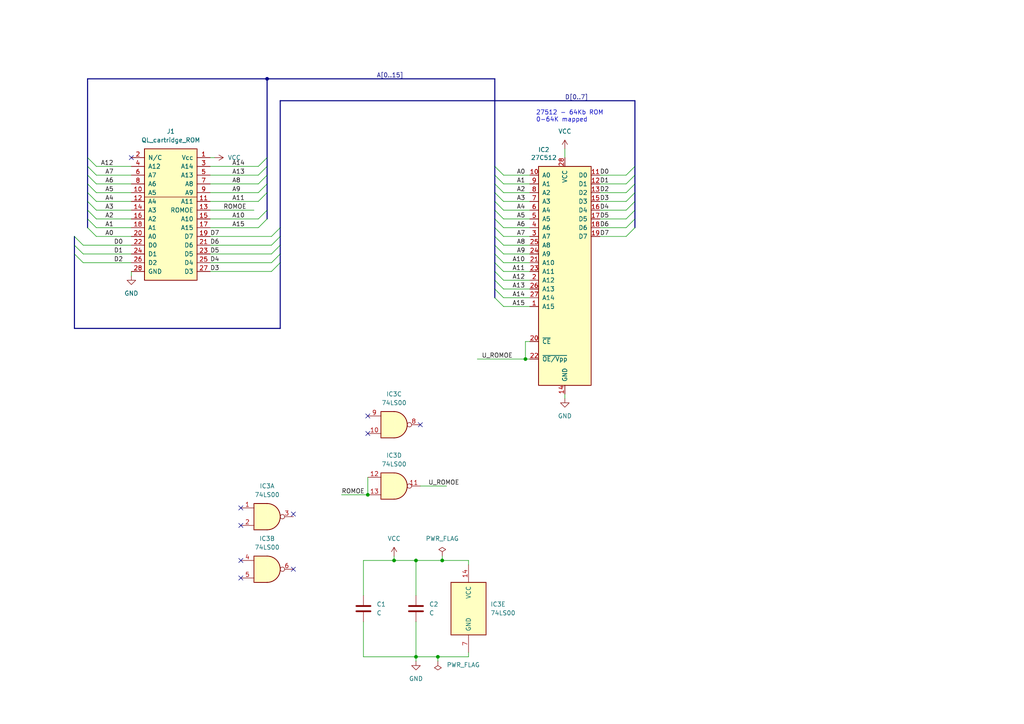
<source format=kicad_sch>
(kicad_sch (version 20231120) (generator "eeschema") (generator_version "8.0")
  (paper "A4")
  (title_block (title "64Kb ROM Cartridge for Sinclair QL") (date "2024-12-12") (rev "0") (company "(c) 2024 Alvaro Alea Fdz.") (comment 1 "IC2 should be W27C512") (comment 2 "https://ohwr.org/cern_ohl_s_v2.txt") (comment 3 "CERN Open Hardware Licence Version 2 - Strongly Reciprocal") (comment 4 "Under License"))
  (lib_symbols
    (symbol "74xx:74LS00" (pin_names (offset 1.016))
      (property "Reference" "U" (at 0 1.27 0))
      (property "Value" "74LS00" (at 0 -1.27 0))
      (symbol "74LS00_1_1"
        (arc (start 0 -3.81) (mid 3.7934 0) (end 0 3.81) (stroke (width 0.254)) (fill (type background)))
        (polyline (pts (xy 0 3.81) (xy -3.81 3.81) (xy -3.81 -3.81) (xy 0 -3.81)) (stroke (width 0.254)) (fill (type background)))
        (pin input line (at -7.62 2.54 0) (length 3.81) (name "~") (number "1"))
        (pin input line (at -7.62 -2.54 0) (length 3.81) (name "~") (number "2"))
        (pin output inverted (at 7.62 0 180) (length 3.81) (name "~") (number "3"))
      )
      (symbol "74LS00_1_2"
        (arc (start -3.81 -3.81) (mid -2.589 0) (end -3.81 3.81) (stroke (width 0.254)))
        (arc (start -0.6096 -3.81) (mid 2.1855 -2.584) (end 3.81 0) (stroke (width 0.254)) (fill (type background)))
        (polyline (pts (xy -3.81 -3.81) (xy -0.635 -3.81)) (stroke (width 0.254)) (fill (type background)))
        (polyline (pts (xy -3.81 3.81) (xy -0.635 3.81)) (stroke (width 0.254)) (fill (type background)))
        (polyline (pts (xy -0.635 3.81) (xy -3.81 3.81) (xy -3.81 3.81) (xy -3.556 3.4036) (xy -3.0226 2.2606) (xy -2.6924 1.0414) (xy -2.6162 -0.254) (xy -2.7686 -1.4986) (xy -3.175 -2.7178) (xy -3.81 -3.81) (xy -3.81 -3.81) (xy -0.635 -3.81)) (stroke (width -25.4)) (fill (type background)))
        (arc (start 3.81 0) (mid 2.1928 2.5925) (end -0.6096 3.81) (stroke (width 0.254)) (fill (type background)))
        (pin input inverted (at -7.62 2.54 0) (length 4.318) (name "~") (number "1"))
        (pin input inverted (at -7.62 -2.54 0) (length 4.318) (name "~") (number "2"))
        (pin output line (at 7.62 0 180) (length 3.81) (name "~") (number "3"))
      )
      (symbol "74LS00_2_1"
        (arc (start 0 -3.81) (mid 3.7934 0) (end 0 3.81) (stroke (width 0.254)) (fill (type background)))
        (polyline (pts (xy 0 3.81) (xy -3.81 3.81) (xy -3.81 -3.81) (xy 0 -3.81)) (stroke (width 0.254)) (fill (type background)))
        (pin input line (at -7.62 2.54 0) (length 3.81) (name "~") (number "4"))
        (pin input line (at -7.62 -2.54 0) (length 3.81) (name "~") (number "5"))
        (pin output inverted (at 7.62 0 180) (length 3.81) (name "~") (number "6"))
      )
      (symbol "74LS00_2_2"
        (arc (start -3.81 -3.81) (mid -2.589 0) (end -3.81 3.81) (stroke (width 0.254)))
        (arc (start -0.6096 -3.81) (mid 2.1855 -2.584) (end 3.81 0) (stroke (width 0.254)) (fill (type background)))
        (polyline (pts (xy -3.81 -3.81) (xy -0.635 -3.81)) (stroke (width 0.254)) (fill (type background)))
        (polyline (pts (xy -3.81 3.81) (xy -0.635 3.81)) (stroke (width 0.254)) (fill (type background)))
        (polyline (pts (xy -0.635 3.81) (xy -3.81 3.81) (xy -3.81 3.81) (xy -3.556 3.4036) (xy -3.0226 2.2606) (xy -2.6924 1.0414) (xy -2.6162 -0.254) (xy -2.7686 -1.4986) (xy -3.175 -2.7178) (xy -3.81 -3.81) (xy -3.81 -3.81) (xy -0.635 -3.81)) (stroke (width -25.4)) (fill (type background)))
        (arc (start 3.81 0) (mid 2.1928 2.5925) (end -0.6096 3.81) (stroke (width 0.254)) (fill (type background)))
        (pin input inverted (at -7.62 2.54 0) (length 4.318) (name "~") (number "4"))
        (pin input inverted (at -7.62 -2.54 0) (length 4.318) (name "~") (number "5"))
        (pin output line (at 7.62 0 180) (length 3.81) (name "~") (number "6"))
      )
      (symbol "74LS00_3_1"
        (arc (start 0 -3.81) (mid 3.7934 0) (end 0 3.81) (stroke (width 0.254)) (fill (type background)))
        (polyline (pts (xy 0 3.81) (xy -3.81 3.81) (xy -3.81 -3.81) (xy 0 -3.81)) (stroke (width 0.254)) (fill (type background)))
        (pin input line (at -7.62 -2.54 0) (length 3.81) (name "~") (number "10"))
        (pin output inverted (at 7.62 0 180) (length 3.81) (name "~") (number "8"))
        (pin input line (at -7.62 2.54 0) (length 3.81) (name "~") (number "9"))
      )
      (symbol "74LS00_3_2"
        (arc (start -3.81 -3.81) (mid -2.589 0) (end -3.81 3.81) (stroke (width 0.254)))
        (arc (start -0.6096 -3.81) (mid 2.1855 -2.584) (end 3.81 0) (stroke (width 0.254)) (fill (type background)))
        (polyline (pts (xy -3.81 -3.81) (xy -0.635 -3.81)) (stroke (width 0.254)) (fill (type background)))
        (polyline (pts (xy -3.81 3.81) (xy -0.635 3.81)) (stroke (width 0.254)) (fill (type background)))
        (polyline (pts (xy -0.635 3.81) (xy -3.81 3.81) (xy -3.81 3.81) (xy -3.556 3.4036) (xy -3.0226 2.2606) (xy -2.6924 1.0414) (xy -2.6162 -0.254) (xy -2.7686 -1.4986) (xy -3.175 -2.7178) (xy -3.81 -3.81) (xy -3.81 -3.81) (xy -0.635 -3.81)) (stroke (width -25.4)) (fill (type background)))
        (arc (start 3.81 0) (mid 2.1928 2.5925) (end -0.6096 3.81) (stroke (width 0.254)) (fill (type background)))
        (pin input inverted (at -7.62 -2.54 0) (length 4.318) (name "~") (number "10"))
        (pin output line (at 7.62 0 180) (length 3.81) (name "~") (number "8"))
        (pin input inverted (at -7.62 2.54 0) (length 4.318) (name "~") (number "9"))
      )
      (symbol "74LS00_4_1"
        (arc (start 0 -3.81) (mid 3.7934 0) (end 0 3.81) (stroke (width 0.254)) (fill (type background)))
        (polyline (pts (xy 0 3.81) (xy -3.81 3.81) (xy -3.81 -3.81) (xy 0 -3.81)) (stroke (width 0.254)) (fill (type background)))
        (pin output inverted (at 7.62 0 180) (length 3.81) (name "~") (number "11"))
        (pin input line (at -7.62 2.54 0) (length 3.81) (name "~") (number "12"))
        (pin input line (at -7.62 -2.54 0) (length 3.81) (name "~") (number "13"))
      )
      (symbol "74LS00_4_2"
        (arc (start -3.81 -3.81) (mid -2.589 0) (end -3.81 3.81) (stroke (width 0.254)))
        (arc (start -0.6096 -3.81) (mid 2.1855 -2.584) (end 3.81 0) (stroke (width 0.254)) (fill (type background)))
        (polyline (pts (xy -3.81 -3.81) (xy -0.635 -3.81)) (stroke (width 0.254)) (fill (type background)))
        (polyline (pts (xy -3.81 3.81) (xy -0.635 3.81)) (stroke (width 0.254)) (fill (type background)))
        (polyline (pts (xy -0.635 3.81) (xy -3.81 3.81) (xy -3.81 3.81) (xy -3.556 3.4036) (xy -3.0226 2.2606) (xy -2.6924 1.0414) (xy -2.6162 -0.254) (xy -2.7686 -1.4986) (xy -3.175 -2.7178) (xy -3.81 -3.81) (xy -3.81 -3.81) (xy -0.635 -3.81)) (stroke (width -25.4)) (fill (type background)))
        (arc (start 3.81 0) (mid 2.1928 2.5925) (end -0.6096 3.81) (stroke (width 0.254)) (fill (type background)))
        (pin output line (at 7.62 0 180) (length 3.81) (name "~") (number "11"))
        (pin input inverted (at -7.62 2.54 0) (length 4.318) (name "~") (number "12"))
        (pin input inverted (at -7.62 -2.54 0) (length 4.318) (name "~") (number "13"))
      )
      (symbol "74LS00_5_0"
        (pin power_in line (at 0 12.7 270) (length 5.08) (name "VCC") (number "14"))
        (pin power_in line (at 0 -12.7 90) (length 5.08) (name "GND") (number "7"))
      )
      (symbol "74LS00_5_1"
        (rectangle (start -5.08 7.62) (end 5.08 -7.62) (stroke (width 0.254)) (fill (type background)))
      )
    )
    (symbol "8bits:QL_cartridge_ROM" (pin_names (offset 1.016))
      (property "Reference" "J1" (at 1.27 27.94 0))
      (property "Value" "QL_cartridge_ROM" (at 1.27 25.4 0))
      (symbol "QL_cartridge_ROM_0_1"
        (polyline (pts (xy -6.35 8.89) (xy 8.89 8.89)))
      )
      (symbol "QL_cartridge_ROM_1_1"
        (rectangle (start -6.35 22.86) (end 8.89 -15.24) (stroke (width 0.254)) (fill (type background)))
        (pin passive line (at 12.7 20.32 180) (length 3.81) (name "Vcc") (number "1"))
        (pin passive line (at -10.16 10.16 0) (length 3.81) (name "A5") (number "10"))
        (pin passive line (at 12.7 7.62 180) (length 3.81) (name "A11") (number "11"))
        (pin passive line (at -10.16 7.62 0) (length 3.81) (name "A4") (number "12"))
        (pin passive line (at 12.7 5.08 180) (length 3.81) (name "ROMOE") (number "13"))
        (pin passive line (at -10.16 5.08 0) (length 3.81) (name "A3") (number "14"))
        (pin passive line (at 12.7 2.54 180) (length 3.81) (name "A10") (number "15"))
        (pin passive line (at -10.16 2.54 0) (length 3.81) (name "A2") (number "16"))
        (pin passive line (at 12.7 0 180) (length 3.81) (name "A15") (number "17"))
        (pin passive line (at -10.16 0 0) (length 3.81) (name "A1") (number "18"))
        (pin passive line (at 12.7 -2.54 180) (length 3.81) (name "D7") (number "19"))
        (pin passive line (at -10.16 20.32 0) (length 3.81) (name "N/C") (number "2"))
        (pin passive line (at -10.16 -2.54 0) (length 3.81) (name "A0") (number "20"))
        (pin passive line (at 12.7 -5.08 180) (length 3.81) (name "D6") (number "21"))
        (pin passive line (at -10.16 -5.08 0) (length 3.81) (name "D0") (number "22"))
        (pin passive line (at 12.7 -7.62 180) (length 3.81) (name "D5") (number "23"))
        (pin passive line (at -10.16 -7.62 0) (length 3.81) (name "D1") (number "24"))
        (pin passive line (at 12.7 -10.16 180) (length 3.81) (name "D4") (number "25"))
        (pin passive line (at -10.16 -10.16 0) (length 3.81) (name "D2") (number "26"))
        (pin passive line (at 12.7 -12.7 180) (length 3.81) (name "D3") (number "27"))
        (pin passive line (at -10.16 -12.7 0) (length 3.81) (name "GND") (number "28"))
        (pin passive line (at 12.7 17.78 180) (length 3.81) (name "A14") (number "3"))
        (pin passive line (at -10.16 17.78 0) (length 3.81) (name "A12") (number "4"))
        (pin passive line (at 12.7 15.24 180) (length 3.81) (name "A13") (number "5"))
        (pin passive line (at -10.16 15.24 0) (length 3.81) (name "A7") (number "6"))
        (pin passive line (at 12.7 12.7 180) (length 3.81) (name "A8") (number "7"))
        (pin passive line (at -10.16 12.7 0) (length 3.81) (name "A6") (number "8"))
        (pin passive line (at 12.7 10.16 180) (length 3.81) (name "A9") (number "9"))
      )
    )
    (symbol "8bits:W27C512" (pin_names (offset 1.016))
      (property "Reference" "U" (at 6.35 33.02 0))
      (property "Value" "W27C512" (at 5.08 -33.02 0))
      (symbol "W27C512_1_1"
        (rectangle (start -7.62 31.75) (end 7.62 -31.75) (stroke (width 0.254)) (fill (type background)))
        (pin input line (at -10.16 -8.89 0) (length 2.54) (name "A15") (number "1"))
        (pin input line (at -10.16 29.21 0) (length 2.54) (name "A0") (number "10"))
        (pin tri_state line (at 10.16 29.21 180) (length 2.54) (name "D0") (number "11"))
        (pin tri_state line (at 10.16 26.67 180) (length 2.54) (name "D1") (number "12"))
        (pin tri_state line (at 10.16 24.13 180) (length 2.54) (name "D2") (number "13"))
        (pin power_in line (at 0 -34.29 90) (length 2.54) (name "GND") (number "14"))
        (pin tri_state line (at 10.16 21.59 180) (length 2.54) (name "D3") (number "15"))
        (pin tri_state line (at 10.16 19.05 180) (length 2.54) (name "D4") (number "16"))
        (pin tri_state line (at 10.16 16.51 180) (length 2.54) (name "D5") (number "17"))
        (pin tri_state line (at 10.16 13.97 180) (length 2.54) (name "D6") (number "18"))
        (pin tri_state line (at 10.16 11.43 180) (length 2.54) (name "D7") (number "19"))
        (pin input line (at -10.16 -1.27 0) (length 2.54) (name "A12") (number "2"))
        (pin input line (at -10.16 -19.05 0) (length 2.54) (name "~{CE}") (number "20"))
        (pin input line (at -10.16 3.81 0) (length 2.54) (name "A10") (number "21"))
        (pin input line (at -10.16 -24.13 0) (length 2.54) (name "~{OE/Vpp}") (number "22"))
        (pin input line (at -10.16 1.27 0) (length 2.54) (name "A11") (number "23"))
        (pin input line (at -10.16 6.35 0) (length 2.54) (name "A9") (number "24"))
        (pin input line (at -10.16 8.89 0) (length 2.54) (name "A8") (number "25"))
        (pin input line (at -10.16 -3.81 0) (length 2.54) (name "A13") (number "26"))
        (pin input line (at -10.16 -6.35 0) (length 2.54) (name "A14") (number "27"))
        (pin power_in line (at 0 34.29 270) (length 2.54) (name "VCC") (number "28"))
        (pin input line (at -10.16 11.43 0) (length 2.54) (name "A7") (number "3"))
        (pin input line (at -10.16 13.97 0) (length 2.54) (name "A6") (number "4"))
        (pin input line (at -10.16 16.51 0) (length 2.54) (name "A5") (number "5"))
        (pin input line (at -10.16 19.05 0) (length 2.54) (name "A4") (number "6"))
        (pin input line (at -10.16 21.59 0) (length 2.54) (name "A3") (number "7"))
        (pin input line (at -10.16 24.13 0) (length 2.54) (name "A2") (number "8"))
        (pin input line (at -10.16 26.67 0) (length 2.54) (name "A1") (number "9"))
      )
    )
    (symbol "Device:C" (pin_numbers hide) (pin_names (offset 0.254))
      (property "Reference" "C" (at 0.635 2.54 0))
      (property "Value" "C" (at 0.635 -2.54 0))
      (symbol "C_0_1"
        (polyline (pts (xy -2.032 -0.762) (xy 2.032 -0.762)) (stroke (width 0.508)))
        (polyline (pts (xy -2.032 0.762) (xy 2.032 0.762)) (stroke (width 0.508)))
      )
      (symbol "C_1_1"
        (pin passive line (at 0 3.81 270) (length 2.794) (name "~") (number "1"))
        (pin passive line (at 0 -3.81 90) (length 2.794) (name "~") (number "2"))
      )
    )
    (symbol "power:GND" (power) (pin_names (offset 0))
      (property "Value" "GND" (at 0 -3.81 0))
      (symbol "GND_0_1"
        (polyline (pts (xy 0 0) (xy 0 -1.27) (xy 1.27 -1.27) (xy 0 -2.54) (xy -1.27 -1.27) (xy 0 -1.27)))
      )
      (symbol "GND_1_1"
        (pin power_in line (at 0 0 270) (length 0) hide (name "GND") (number "1"))
      )
    )
    (symbol "power:PWR_FLAG" (power) (pin_numbers hide) (pin_names (offset 0) hide)
      (property "Value" "PWR_FLAG" (at 0 3.81 0))
      (symbol "PWR_FLAG_0_0"
        (pin power_out line (at 0 0 90) (length 0) (name "pwr") (number "1"))
      )
      (symbol "PWR_FLAG_0_1"
        (polyline (pts (xy 0 0) (xy 0 1.27) (xy -1.016 1.905) (xy 0 2.54) (xy 1.016 1.905) (xy 0 1.27)))
      )
    )
    (symbol "power:VCC" (power) (pin_names (offset 0))
      (property "Value" "VCC" (at 0 3.81 0))
      (symbol "VCC_0_1"
        (polyline (pts (xy -0.762 1.27) (xy 0 2.54)))
        (polyline (pts (xy 0 0) (xy 0 2.54)))
        (polyline (pts (xy 0 2.54) (xy 0.762 1.27)))
      )
      (symbol "VCC_1_1"
        (pin power_in line (at 0 0 90) (length 0) hide (name "VCC") (number "1"))
      )
    )
  )
  (junction (at 114.3 162.56))
  (junction (at 128.27 162.56))
  (junction (at 152.4 104.14))
  (junction (at 127 190.5))
  (junction (at 106.68 143.51))
  (junction (at 120.65 190.5))
  (junction (at 120.65 162.56))
  (junction (at 77.47 22.86))
  (no_connect (at 69.85 147.32))
  (no_connect (at 85.09 149.098))
  (no_connect (at 69.85 167.64))
  (no_connect (at 69.85 152.4))
  (no_connect (at 69.85 162.56))
  (no_connect (at 121.92 123.19))
  (no_connect (at 106.68 125.73))
  (no_connect (at 85.09 165.1))
  (no_connect (at 38.1 45.72))
  (no_connect (at 106.68 120.65))
  (bus_entry (at 143.51 71.12) (size 2.54 2.54))
  (bus_entry (at 184.15 66.04) (size -2.54 2.54))
  (bus_entry (at 25.4 53.34) (size 2.54 2.54))
  (bus_entry (at 81.28 66.04) (size -2.54 2.54))
  (bus_entry (at 143.51 53.34) (size 2.54 2.54))
  (bus_entry (at 25.4 60.96) (size 2.54 2.54))
  (bus_entry (at 77.47 60.96) (size -2.54 2.54))
  (bus_entry (at 25.4 45.72) (size 2.54 2.54))
  (bus_entry (at 77.47 48.26) (size -2.54 2.54))
  (bus_entry (at 77.47 55.88) (size -2.54 2.54))
  (bus_entry (at 184.15 55.88) (size -2.54 2.54))
  (bus_entry (at 143.51 63.5) (size 2.54 2.54))
  (bus_entry (at 143.51 83.82) (size 2.54 2.54))
  (bus_entry (at 25.4 48.26) (size 2.54 2.54))
  (bus_entry (at 143.51 55.88) (size 2.54 2.54))
  (bus_entry (at 81.28 68.58) (size -2.54 2.54))
  (bus_entry (at 21.59 68.58) (size 2.54 2.54))
  (bus_entry (at 184.15 50.8) (size -2.54 2.54))
  (bus_entry (at 21.59 73.66) (size 2.54 2.54))
  (bus_entry (at 25.4 63.5) (size 2.54 2.54))
  (bus_entry (at 25.4 58.42) (size 2.54 2.54))
  (bus_entry (at 143.51 76.2) (size 2.54 2.54))
  (bus_entry (at 143.51 68.58) (size 2.54 2.54))
  (bus_entry (at 184.15 58.42) (size -2.54 2.54))
  (bus_entry (at 184.15 48.26) (size -2.54 2.54))
  (bus_entry (at 77.47 53.34) (size -2.54 2.54))
  (bus_entry (at 143.51 81.28) (size 2.54 2.54))
  (bus_entry (at 143.51 73.66) (size 2.54 2.54))
  (bus_entry (at 77.47 63.5) (size -2.54 2.54))
  (bus_entry (at 143.51 86.36) (size 2.54 2.54))
  (bus_entry (at 184.15 60.96) (size -2.54 2.54))
  (bus_entry (at 21.59 71.12) (size 2.54 2.54))
  (bus_entry (at 77.47 50.8) (size -2.54 2.54))
  (bus_entry (at 143.51 66.04) (size 2.54 2.54))
  (bus_entry (at 81.28 73.66) (size -2.54 2.54))
  (bus_entry (at 81.28 76.2) (size -2.54 2.54))
  (bus_entry (at 25.4 55.88) (size 2.54 2.54))
  (bus_entry (at 25.4 50.8) (size 2.54 2.54))
  (bus_entry (at 184.15 63.5) (size -2.54 2.54))
  (bus_entry (at 143.51 60.96) (size 2.54 2.54))
  (bus_entry (at 184.15 53.34) (size -2.54 2.54))
  (bus_entry (at 25.4 66.04) (size 2.54 2.54))
  (bus_entry (at 81.28 71.12) (size -2.54 2.54))
  (bus_entry (at 143.51 58.42) (size 2.54 2.54))
  (bus_entry (at 143.51 48.26) (size 2.54 2.54))
  (bus_entry (at 143.51 78.74) (size 2.54 2.54))
  (bus_entry (at 143.51 50.8) (size 2.54 2.54))
  (bus_entry (at 77.47 45.72) (size -2.54 2.54))
  (wire (pts (xy 173.99 63.5) (xy 181.61 63.5)))
  (wire (pts (xy 146.05 88.9) (xy 153.67 88.9)))
  (bus (pts (xy 143.51 55.88) (xy 143.51 58.42)))
  (bus (pts (xy 143.51 66.04) (xy 143.51 68.58)))
  (wire (pts (xy 146.05 73.66) (xy 153.67 73.66)))
  (wire (pts (xy 24.13 73.66) (xy 38.1 73.66)))
  (wire (pts (xy 146.05 81.28) (xy 153.67 81.28)))
  (wire (pts (xy 153.67 99.06) (xy 152.4 99.06)))
  (bus (pts (xy 21.59 71.12) (xy 21.59 73.66)))
  (bus (pts (xy 184.15 58.42) (xy 184.15 60.96)))
  (bus (pts (xy 81.28 76.2) (xy 81.28 95.25)))
  (bus (pts (xy 143.51 81.28) (xy 143.51 83.82)))
  (wire (pts (xy 146.05 83.82) (xy 153.67 83.82)))
  (wire (pts (xy 60.96 45.72) (xy 62.23 45.72)))
  (wire (pts (xy 120.65 190.5) (xy 120.65 191.77)))
  (wire (pts (xy 105.41 162.56) (xy 105.41 172.72)))
  (wire (pts (xy 114.3 162.56) (xy 105.41 162.56)))
  (wire (pts (xy 114.3 162.56) (xy 120.65 162.56)))
  (wire (pts (xy 135.89 162.56) (xy 128.27 162.56)))
  (wire (pts (xy 135.89 163.83) (xy 135.89 162.56)))
  (wire (pts (xy 60.96 66.04) (xy 74.93 66.04)))
  (bus (pts (xy 25.4 50.8) (xy 25.4 53.34)))
  (wire (pts (xy 146.05 50.8) (xy 153.67 50.8)))
  (bus (pts (xy 77.47 22.86) (xy 77.47 45.72)))
  (bus (pts (xy 184.15 50.8) (xy 184.15 53.34)))
  (bus (pts (xy 81.28 71.12) (xy 81.28 73.66)))
  (bus (pts (xy 143.51 58.42) (xy 143.51 60.96)))
  (wire (pts (xy 60.96 76.2) (xy 78.74 76.2)))
  (wire (pts (xy 146.05 55.88) (xy 153.67 55.88)))
  (bus (pts (xy 143.51 60.96) (xy 143.51 63.5)))
  (wire (pts (xy 27.94 55.88) (xy 38.1 55.88)))
  (wire (pts (xy 99.06 143.51) (xy 106.68 143.51)))
  (bus (pts (xy 77.47 55.88) (xy 77.47 60.96)))
  (wire (pts (xy 105.41 190.5) (xy 105.41 180.34)))
  (wire (pts (xy 105.41 190.5) (xy 120.65 190.5)))
  (wire (pts (xy 127 190.5) (xy 120.65 190.5)))
  (wire (pts (xy 135.89 189.23) (xy 135.89 190.5)))
  (wire (pts (xy 135.89 190.5) (xy 127 190.5)))
  (bus (pts (xy 25.4 58.42) (xy 25.4 60.96)))
  (wire (pts (xy 173.99 60.96) (xy 181.61 60.96)))
  (bus (pts (xy 143.51 63.5) (xy 143.51 66.04)))
  (wire (pts (xy 146.05 71.12) (xy 153.67 71.12)))
  (bus (pts (xy 25.4 55.88) (xy 25.4 58.42)))
  (bus (pts (xy 184.15 55.88) (xy 184.15 58.42)))
  (bus (pts (xy 81.28 73.66) (xy 81.28 76.2)))
  (wire (pts (xy 163.83 114.3) (xy 163.83 115.57)))
  (wire (pts (xy 128.27 161.29) (xy 128.27 162.56)))
  (bus (pts (xy 25.4 45.72) (xy 25.4 48.26)))
  (wire (pts (xy 146.05 58.42) (xy 153.67 58.42)))
  (bus (pts (xy 143.51 53.34) (xy 143.51 55.88)))
  (wire (pts (xy 152.4 99.06) (xy 152.4 104.14)))
  (wire (pts (xy 27.94 53.34) (xy 38.1 53.34)))
  (wire (pts (xy 121.92 140.97) (xy 129.54 140.97)))
  (wire (pts (xy 24.13 76.2) (xy 38.1 76.2)))
  (wire (pts (xy 120.65 162.56) (xy 128.27 162.56)))
  (bus (pts (xy 81.28 66.04) (xy 81.28 68.58)))
  (bus (pts (xy 184.15 63.5) (xy 184.15 66.04)))
  (wire (pts (xy 146.05 76.2) (xy 153.67 76.2)))
  (wire (pts (xy 27.94 68.58) (xy 38.1 68.58)))
  (wire (pts (xy 27.94 66.04) (xy 38.1 66.04)))
  (wire (pts (xy 146.05 68.58) (xy 153.67 68.58)))
  (wire (pts (xy 60.96 58.42) (xy 74.93 58.42)))
  (wire (pts (xy 173.99 55.88) (xy 181.61 55.88)))
  (bus (pts (xy 81.28 29.21) (xy 184.15 29.21)))
  (bus (pts (xy 184.15 29.21) (xy 184.15 48.26)))
  (wire (pts (xy 146.05 86.36) (xy 153.67 86.36)))
  (wire (pts (xy 146.05 78.74) (xy 153.67 78.74)))
  (wire (pts (xy 60.96 71.12) (xy 78.74 71.12)))
  (bus (pts (xy 25.4 22.86) (xy 25.4 45.72)))
  (bus (pts (xy 77.47 22.86) (xy 25.4 22.86)))
  (bus (pts (xy 77.47 22.86) (xy 143.51 22.86)))
  (wire (pts (xy 138.43 104.14) (xy 152.4 104.14)))
  (bus (pts (xy 25.4 53.34) (xy 25.4 55.88)))
  (wire (pts (xy 163.83 43.18) (xy 163.83 45.72)))
  (bus (pts (xy 143.51 73.66) (xy 143.51 76.2)))
  (bus (pts (xy 184.15 48.26) (xy 184.15 50.8)))
  (bus (pts (xy 143.51 78.74) (xy 143.51 81.28)))
  (wire (pts (xy 27.94 60.96) (xy 38.1 60.96)))
  (wire (pts (xy 106.68 138.43) (xy 106.68 143.51)))
  (wire (pts (xy 27.94 50.8) (xy 38.1 50.8)))
  (bus (pts (xy 184.15 53.34) (xy 184.15 55.88)))
  (bus (pts (xy 77.47 60.96) (xy 77.47 63.5)))
  (bus (pts (xy 25.4 60.96) (xy 25.4 63.5)))
  (bus (pts (xy 143.51 68.58) (xy 143.51 71.12)))
  (wire (pts (xy 60.96 68.58) (xy 78.74 68.58)))
  (bus (pts (xy 77.47 48.26) (xy 77.47 50.8)))
  (wire (pts (xy 60.96 78.74) (xy 78.74 78.74)))
  (bus (pts (xy 143.51 83.82) (xy 143.51 86.36)))
  (wire (pts (xy 146.05 53.34) (xy 153.67 53.34)))
  (wire (pts (xy 146.05 60.96) (xy 153.67 60.96)))
  (wire (pts (xy 114.3 161.29) (xy 114.3 162.56)))
  (wire (pts (xy 173.99 53.34) (xy 181.61 53.34)))
  (wire (pts (xy 127 190.5) (xy 127 191.77)))
  (bus (pts (xy 143.51 50.8) (xy 143.51 53.34)))
  (wire (pts (xy 60.96 63.5) (xy 74.93 63.5)))
  (bus (pts (xy 143.51 71.12) (xy 143.51 73.66)))
  (bus (pts (xy 143.51 22.86) (xy 143.51 48.26)))
  (bus (pts (xy 77.47 45.72) (xy 77.47 48.26)))
  (wire (pts (xy 24.13 71.12) (xy 38.1 71.12)))
  (bus (pts (xy 143.51 48.26) (xy 143.51 50.8)))
  (wire (pts (xy 38.1 78.74) (xy 38.1 80.01)))
  (bus (pts (xy 25.4 63.5) (xy 25.4 66.04)))
  (bus (pts (xy 143.51 76.2) (xy 143.51 78.74)))
  (bus (pts (xy 21.59 68.58) (xy 21.59 71.12)))
  (bus (pts (xy 81.28 29.21) (xy 81.28 66.04)))
  (bus (pts (xy 81.28 95.25) (xy 21.59 95.25)))
  (wire (pts (xy 173.99 58.42) (xy 181.61 58.42)))
  (wire (pts (xy 60.96 73.66) (xy 78.74 73.66)))
  (wire (pts (xy 152.4 104.14) (xy 153.67 104.14)))
  (wire (pts (xy 173.99 50.8) (xy 181.61 50.8)))
  (wire (pts (xy 60.96 50.8) (xy 74.93 50.8)))
  (bus (pts (xy 77.47 53.34) (xy 77.47 55.88)))
  (wire (pts (xy 27.94 48.26) (xy 38.1 48.26)))
  (wire (pts (xy 146.05 63.5) (xy 153.67 63.5)))
  (bus (pts (xy 21.59 73.66) (xy 21.59 95.25)))
  (wire (pts (xy 120.65 180.34) (xy 120.65 190.5)))
  (wire (pts (xy 120.65 162.56) (xy 120.65 172.72)))
  (wire (pts (xy 27.94 63.5) (xy 38.1 63.5)))
  (wire (pts (xy 60.96 60.96) (xy 73.66 60.96)))
  (bus (pts (xy 77.47 50.8) (xy 77.47 53.34)))
  (wire (pts (xy 146.05 66.04) (xy 153.67 66.04)))
  (bus (pts (xy 25.4 48.26) (xy 25.4 50.8)))
  (wire (pts (xy 60.96 55.88) (xy 74.93 55.88)))
  (wire (pts (xy 173.99 66.04) (xy 181.61 66.04)))
  (bus (pts (xy 184.15 60.96) (xy 184.15 63.5)))
  (bus (pts (xy 81.28 68.58) (xy 81.28 71.12)))
  (wire (pts (xy 27.94 58.42) (xy 38.1 58.42)))
  (wire (pts (xy 173.99 68.58) (xy 181.61 68.58)))
  (wire (pts (xy 60.96 53.34) (xy 74.93 53.34)))
  (wire (pts (xy 60.96 48.26) (xy 74.93 48.26)))
  (text "27512 - 64Kb ROM\n0-64K mapped" (at 155.448 35.56 0) (effects (font (size 1.27 1.27)) (justify left bottom)))
  (label "D3" (at 60.96 78.74 0))
  (label "A10" (at 148.59 76.2 0))
  (label "A13" (at 148.59 83.82 0))
  (label "A[0..15]" (at 109.22 22.86 0))
  (label "A11" (at 148.59 78.74 0))
  (label "A2" (at 30.48 63.5 0))
  (label "A9" (at 149.86 73.66 0))
  (label "D1" (at 33.02 73.66 0))
  (label "A4" (at 30.48 58.42 0))
  (label "A4" (at 149.86 60.96 0))
  (label "D5" (at 60.96 73.66 0))
  (label "D7" (at 60.96 68.58 0))
  (label "A7" (at 30.48 50.8 0))
  (label "A13" (at 67.31 50.8 0))
  (label "D[0..7]" (at 163.83 29.21 0))
  (label "A5" (at 30.48 55.88 0))
  (label "A6" (at 149.86 66.04 0))
  (label "A3" (at 30.48 60.96 0))
  (label "A8" (at 149.86 71.12 0))
  (label "A12" (at 29.21 48.26 0))
  (label "D2" (at 173.99 55.88 0))
  (label "A11" (at 67.31 58.42 0))
  (label "D0" (at 173.99 50.8 0))
  (label "D2" (at 33.02 76.2 0))
  (label "D1" (at 173.99 53.34 0))
  (label "A3" (at 149.86 58.42 0))
  (label "D3" (at 173.99 58.42 0))
  (label "D4" (at 173.99 60.96 0))
  (label "ROMOE" (at 99.06 143.51 0))
  (label "A6" (at 30.48 53.34 0))
  (label "A9" (at 67.31 55.88 0))
  (label "A2" (at 149.86 55.88 0))
  (label "D7" (at 173.99 68.58 0))
  (label "U_ROMOE" (at 139.7 104.14 0))
  (label "A15" (at 67.31 66.04 0))
  (label "A1" (at 30.48 66.04 0))
  (label "A10" (at 67.31 63.5 0))
  (label "U_ROMOE" (at 124.206 140.97 0))
  (label "A14" (at 148.59 86.36 0))
  (label "D6" (at 60.96 71.12 0))
  (label "ROMOE" (at 64.77 60.96 0))
  (label "A0" (at 30.48 68.58 0))
  (label "A15" (at 148.59 88.9 0))
  (label "A12" (at 148.59 81.28 0))
  (label "A0" (at 149.86 50.8 0))
  (label "A5" (at 149.86 63.5 0))
  (label "D6" (at 173.99 66.04 0))
  (label "D4" (at 60.96 76.2 0))
  (label "A7" (at 149.86 68.58 0))
  (label "A14" (at 67.31 48.26 0))
  (label "A8" (at 67.31 53.34 0))
  (label "D0" (at 33.02 71.12 0))
  (label "A1" (at 149.86 53.34 0))
  (label "D5" (at 173.99 63.5 0))
  (symbol (lib_id "power:GND") (at 120.65 191.77 0) (unit 1)
    (property "Reference" "#PWR06" (effects (hide yes)))
    (property "Value" "GND" (at 120.65 196.85 0))
  )
  (symbol (lib_id "power:PWR_FLAG") (at 127 191.77 180) (unit 1)
    (property "Reference" "#FLG01" (effects (hide yes)))
    (property "Value" "PWR_FLAG" (at 129.54 192.8494 0) (effects (justify right)))
  )
  (symbol (lib_id "power:GND") (at 38.1 80.01 0) (unit 1)
    (property "Reference" "#PWR01" (effects (hide yes)))
    (property "Value" "GND" (at 38.1 85.09 0))
  )
  (symbol (lib_id "8bits:QL_cartridge_ROM") (at 48.26 66.04 0) (unit 1)
    (property "Reference" "J1" (at 49.53 38.1 0))
    (property "Value" "QL_cartridge_ROM" (at 49.53 40.64 0))
    (property "Footprint" "8bits:CART_QL_EDGE" (effects (hide yes)))
  )
  (symbol (lib_id "74xx:74LS00") (at 114.3 123.19 0) (unit 3)
    (property "Reference" "IC3" (at 114.3 114.3 0))
    (property "Value" "74LS00" (at 114.3 116.84 0))
    (property "Footprint" "Package_DIP:DIP-14_W7.62mm" (effects (hide yes)))
    (property "Datasheet" "http://www.ti.com/lit/gpn/sn74ls00" (effects (hide yes)))
  )
  (symbol (lib_id "74xx:74LS00") (at 77.47 165.1 0) (unit 2)
    (property "Reference" "IC3" (at 77.47 156.21 0))
    (property "Value" "74LS00" (at 77.47 158.75 0))
    (property "Footprint" "Package_DIP:DIP-14_W7.62mm" (effects (hide yes)))
    (property "Datasheet" "http://www.ti.com/lit/gpn/sn74ls00" (effects (hide yes)))
  )
  (symbol (lib_id "74xx:74LS00") (at 114.3 140.97 0) (unit 4)
    (property "Reference" "IC3" (at 114.3 132.08 0))
    (property "Value" "74LS00" (at 114.3 134.62 0))
    (property "Footprint" "Package_DIP:DIP-14_W7.62mm" (effects (hide yes)))
    (property "Datasheet" "http://www.ti.com/lit/gpn/sn74ls00" (effects (hide yes)))
  )
  (symbol (lib_id "power:PWR_FLAG") (at 128.27 161.29 0) (unit 1)
    (property "Reference" "#FLG02" (effects (hide yes)))
    (property "Value" "PWR_FLAG" (at 128.27 156.21 0))
  )
  (symbol (lib_id "power:VCC") (at 163.83 43.18 0) (unit 1)
    (property "Reference" "#PWR07" (effects (hide yes)))
    (property "Value" "VCC" (at 163.83 38.1 0))
  )
  (symbol (lib_id "Device:C") (at 120.65 176.53 0) (unit 1)
    (property "Reference" "C2" (at 124.46 175.2599 0) (effects (justify left)))
    (property "Value" "C" (at 124.46 177.7999 0) (effects (justify left)))
    (property "Footprint" "Capacitor_THT:C_Disc_D4.3mm_W1.9mm_P5.00mm" (effects (hide yes)))
  )
  (symbol (lib_id "power:VCC") (at 62.23 45.72 270) (unit 1)
    (property "Reference" "#PWR02" (effects (hide yes)))
    (property "Value" "VCC" (at 66.04 45.7199 90) (effects (justify left)))
  )
  (symbol (lib_id "74xx:74LS00") (at 77.47 149.86 0) (unit 1)
    (property "Reference" "IC3" (at 77.47 140.97 0))
    (property "Value" "74LS00" (at 77.47 143.51 0))
    (property "Footprint" "Package_DIP:DIP-14_W7.62mm" (effects (hide yes)))
    (property "Datasheet" "http://www.ti.com/lit/gpn/sn74ls00" (effects (hide yes)))
  )
  (symbol (lib_id "74xx:74LS00") (at 135.89 176.53 0) (unit 5)
    (property "Reference" "IC3" (at 142.24 175.2599 0) (effects (justify left)))
    (property "Value" "74LS00" (at 142.24 177.7999 0) (effects (justify left)))
    (property "Footprint" "Package_DIP:DIP-14_W7.62mm" (effects (hide yes)))
    (property "Datasheet" "http://www.ti.com/lit/gpn/sn74ls00" (effects (hide yes)))
  )
  (symbol (lib_id "power:VCC") (at 114.3 161.29 0) (unit 1)
    (property "Reference" "#PWR05" (effects (hide yes)))
    (property "Value" "VCC" (at 114.3 156.21 0))
  )
  (symbol (lib_id "8bits:W27C512") (at 163.83 80.01 0) (unit 1)
    (property "Reference" "IC2" (at 157.734 43.434 0))
    (property "Value" "27C512" (at 157.734 45.72 0))
    (property "Footprint" "Package_DIP:DIP-28_W15.24mm" (effects (hide yes)))
    (property "Datasheet" "http://ww1.microchip.com/downloads/en/DeviceDoc/doc0015.pdf" (effects (hide yes)))
    (property "Description" "64K ×  8 ELECTRICALLY ERASABLE EPROM" (effects (hide yes)))
  )
  (symbol (lib_id "power:GND") (at 163.83 115.57 0) (unit 1)
    (property "Reference" "#PWR08" (effects (hide yes)))
    (property "Value" "GND" (at 163.83 120.65 0))
  )
  (symbol (lib_id "Device:C") (at 105.41 176.53 0) (unit 1)
    (property "Reference" "C1" (at 109.22 175.2599 0) (effects (justify left)))
    (property "Value" "C" (at 109.22 177.7999 0) (effects (justify left)))
    (property "Footprint" "Capacitor_THT:C_Disc_D4.3mm_W1.9mm_P5.00mm" (effects (hide yes)))
  )
)
</source>
